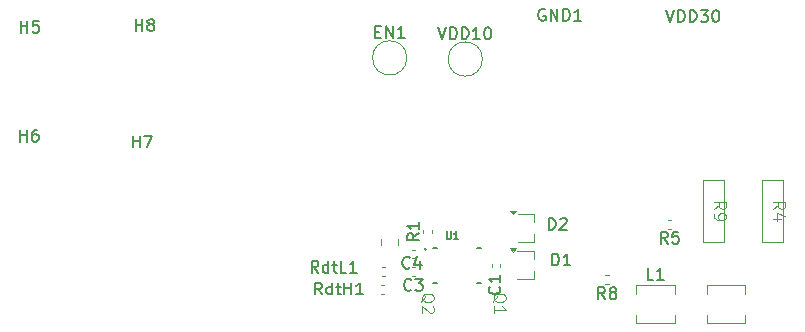
<source format=gbr>
%TF.GenerationSoftware,KiCad,Pcbnew,8.0.5*%
%TF.CreationDate,2024-10-10T12:36:06+02:00*%
%TF.ProjectId,MosTest_GanFet,4d6f7354-6573-4745-9f47-616e4665742e,rev?*%
%TF.SameCoordinates,Original*%
%TF.FileFunction,Legend,Top*%
%TF.FilePolarity,Positive*%
%FSLAX46Y46*%
G04 Gerber Fmt 4.6, Leading zero omitted, Abs format (unit mm)*
G04 Created by KiCad (PCBNEW 8.0.5) date 2024-10-10 12:36:06*
%MOMM*%
%LPD*%
G01*
G04 APERTURE LIST*
%ADD10C,0.150000*%
%ADD11C,0.100000*%
%ADD12C,0.120000*%
%ADD13C,0.127000*%
G04 APERTURE END LIST*
D10*
X142533333Y-40124819D02*
X142200000Y-39648628D01*
X141961905Y-40124819D02*
X141961905Y-39124819D01*
X141961905Y-39124819D02*
X142342857Y-39124819D01*
X142342857Y-39124819D02*
X142438095Y-39172438D01*
X142438095Y-39172438D02*
X142485714Y-39220057D01*
X142485714Y-39220057D02*
X142533333Y-39315295D01*
X142533333Y-39315295D02*
X142533333Y-39458152D01*
X142533333Y-39458152D02*
X142485714Y-39553390D01*
X142485714Y-39553390D02*
X142438095Y-39601009D01*
X142438095Y-39601009D02*
X142342857Y-39648628D01*
X142342857Y-39648628D02*
X141961905Y-39648628D01*
X143438095Y-39124819D02*
X142961905Y-39124819D01*
X142961905Y-39124819D02*
X142914286Y-39601009D01*
X142914286Y-39601009D02*
X142961905Y-39553390D01*
X142961905Y-39553390D02*
X143057143Y-39505771D01*
X143057143Y-39505771D02*
X143295238Y-39505771D01*
X143295238Y-39505771D02*
X143390476Y-39553390D01*
X143390476Y-39553390D02*
X143438095Y-39601009D01*
X143438095Y-39601009D02*
X143485714Y-39696247D01*
X143485714Y-39696247D02*
X143485714Y-39934342D01*
X143485714Y-39934342D02*
X143438095Y-40029580D01*
X143438095Y-40029580D02*
X143390476Y-40077200D01*
X143390476Y-40077200D02*
X143295238Y-40124819D01*
X143295238Y-40124819D02*
X143057143Y-40124819D01*
X143057143Y-40124819D02*
X142961905Y-40077200D01*
X142961905Y-40077200D02*
X142914286Y-40029580D01*
X117785714Y-22183009D02*
X118119047Y-22183009D01*
X118261904Y-22706819D02*
X117785714Y-22706819D01*
X117785714Y-22706819D02*
X117785714Y-21706819D01*
X117785714Y-21706819D02*
X118261904Y-21706819D01*
X118690476Y-22706819D02*
X118690476Y-21706819D01*
X118690476Y-21706819D02*
X119261904Y-22706819D01*
X119261904Y-22706819D02*
X119261904Y-21706819D01*
X120261904Y-22706819D02*
X119690476Y-22706819D01*
X119976190Y-22706819D02*
X119976190Y-21706819D01*
X119976190Y-21706819D02*
X119880952Y-21849676D01*
X119880952Y-21849676D02*
X119785714Y-21944914D01*
X119785714Y-21944914D02*
X119690476Y-21992533D01*
X132161904Y-20302438D02*
X132066666Y-20254819D01*
X132066666Y-20254819D02*
X131923809Y-20254819D01*
X131923809Y-20254819D02*
X131780952Y-20302438D01*
X131780952Y-20302438D02*
X131685714Y-20397676D01*
X131685714Y-20397676D02*
X131638095Y-20492914D01*
X131638095Y-20492914D02*
X131590476Y-20683390D01*
X131590476Y-20683390D02*
X131590476Y-20826247D01*
X131590476Y-20826247D02*
X131638095Y-21016723D01*
X131638095Y-21016723D02*
X131685714Y-21111961D01*
X131685714Y-21111961D02*
X131780952Y-21207200D01*
X131780952Y-21207200D02*
X131923809Y-21254819D01*
X131923809Y-21254819D02*
X132019047Y-21254819D01*
X132019047Y-21254819D02*
X132161904Y-21207200D01*
X132161904Y-21207200D02*
X132209523Y-21159580D01*
X132209523Y-21159580D02*
X132209523Y-20826247D01*
X132209523Y-20826247D02*
X132019047Y-20826247D01*
X132638095Y-21254819D02*
X132638095Y-20254819D01*
X132638095Y-20254819D02*
X133209523Y-21254819D01*
X133209523Y-21254819D02*
X133209523Y-20254819D01*
X133685714Y-21254819D02*
X133685714Y-20254819D01*
X133685714Y-20254819D02*
X133923809Y-20254819D01*
X133923809Y-20254819D02*
X134066666Y-20302438D01*
X134066666Y-20302438D02*
X134161904Y-20397676D01*
X134161904Y-20397676D02*
X134209523Y-20492914D01*
X134209523Y-20492914D02*
X134257142Y-20683390D01*
X134257142Y-20683390D02*
X134257142Y-20826247D01*
X134257142Y-20826247D02*
X134209523Y-21016723D01*
X134209523Y-21016723D02*
X134161904Y-21111961D01*
X134161904Y-21111961D02*
X134066666Y-21207200D01*
X134066666Y-21207200D02*
X133923809Y-21254819D01*
X133923809Y-21254819D02*
X133685714Y-21254819D01*
X135209523Y-21254819D02*
X134638095Y-21254819D01*
X134923809Y-21254819D02*
X134923809Y-20254819D01*
X134923809Y-20254819D02*
X134828571Y-20397676D01*
X134828571Y-20397676D02*
X134733333Y-20492914D01*
X134733333Y-20492914D02*
X134638095Y-20540533D01*
X132471905Y-38964819D02*
X132471905Y-37964819D01*
X132471905Y-37964819D02*
X132710000Y-37964819D01*
X132710000Y-37964819D02*
X132852857Y-38012438D01*
X132852857Y-38012438D02*
X132948095Y-38107676D01*
X132948095Y-38107676D02*
X132995714Y-38202914D01*
X132995714Y-38202914D02*
X133043333Y-38393390D01*
X133043333Y-38393390D02*
X133043333Y-38536247D01*
X133043333Y-38536247D02*
X132995714Y-38726723D01*
X132995714Y-38726723D02*
X132948095Y-38821961D01*
X132948095Y-38821961D02*
X132852857Y-38917200D01*
X132852857Y-38917200D02*
X132710000Y-38964819D01*
X132710000Y-38964819D02*
X132471905Y-38964819D01*
X133424286Y-38060057D02*
X133471905Y-38012438D01*
X133471905Y-38012438D02*
X133567143Y-37964819D01*
X133567143Y-37964819D02*
X133805238Y-37964819D01*
X133805238Y-37964819D02*
X133900476Y-38012438D01*
X133900476Y-38012438D02*
X133948095Y-38060057D01*
X133948095Y-38060057D02*
X133995714Y-38155295D01*
X133995714Y-38155295D02*
X133995714Y-38250533D01*
X133995714Y-38250533D02*
X133948095Y-38393390D01*
X133948095Y-38393390D02*
X133376667Y-38964819D01*
X133376667Y-38964819D02*
X133995714Y-38964819D01*
X137233333Y-44824819D02*
X136900000Y-44348628D01*
X136661905Y-44824819D02*
X136661905Y-43824819D01*
X136661905Y-43824819D02*
X137042857Y-43824819D01*
X137042857Y-43824819D02*
X137138095Y-43872438D01*
X137138095Y-43872438D02*
X137185714Y-43920057D01*
X137185714Y-43920057D02*
X137233333Y-44015295D01*
X137233333Y-44015295D02*
X137233333Y-44158152D01*
X137233333Y-44158152D02*
X137185714Y-44253390D01*
X137185714Y-44253390D02*
X137138095Y-44301009D01*
X137138095Y-44301009D02*
X137042857Y-44348628D01*
X137042857Y-44348628D02*
X136661905Y-44348628D01*
X137804762Y-44253390D02*
X137709524Y-44205771D01*
X137709524Y-44205771D02*
X137661905Y-44158152D01*
X137661905Y-44158152D02*
X137614286Y-44062914D01*
X137614286Y-44062914D02*
X137614286Y-44015295D01*
X137614286Y-44015295D02*
X137661905Y-43920057D01*
X137661905Y-43920057D02*
X137709524Y-43872438D01*
X137709524Y-43872438D02*
X137804762Y-43824819D01*
X137804762Y-43824819D02*
X137995238Y-43824819D01*
X137995238Y-43824819D02*
X138090476Y-43872438D01*
X138090476Y-43872438D02*
X138138095Y-43920057D01*
X138138095Y-43920057D02*
X138185714Y-44015295D01*
X138185714Y-44015295D02*
X138185714Y-44062914D01*
X138185714Y-44062914D02*
X138138095Y-44158152D01*
X138138095Y-44158152D02*
X138090476Y-44205771D01*
X138090476Y-44205771D02*
X137995238Y-44253390D01*
X137995238Y-44253390D02*
X137804762Y-44253390D01*
X137804762Y-44253390D02*
X137709524Y-44301009D01*
X137709524Y-44301009D02*
X137661905Y-44348628D01*
X137661905Y-44348628D02*
X137614286Y-44443866D01*
X137614286Y-44443866D02*
X137614286Y-44634342D01*
X137614286Y-44634342D02*
X137661905Y-44729580D01*
X137661905Y-44729580D02*
X137709524Y-44777200D01*
X137709524Y-44777200D02*
X137804762Y-44824819D01*
X137804762Y-44824819D02*
X137995238Y-44824819D01*
X137995238Y-44824819D02*
X138090476Y-44777200D01*
X138090476Y-44777200D02*
X138138095Y-44729580D01*
X138138095Y-44729580D02*
X138185714Y-44634342D01*
X138185714Y-44634342D02*
X138185714Y-44443866D01*
X138185714Y-44443866D02*
X138138095Y-44348628D01*
X138138095Y-44348628D02*
X138090476Y-44301009D01*
X138090476Y-44301009D02*
X137995238Y-44253390D01*
X87763095Y-22254819D02*
X87763095Y-21254819D01*
X87763095Y-21731009D02*
X88334523Y-21731009D01*
X88334523Y-22254819D02*
X88334523Y-21254819D01*
X89286904Y-21254819D02*
X88810714Y-21254819D01*
X88810714Y-21254819D02*
X88763095Y-21731009D01*
X88763095Y-21731009D02*
X88810714Y-21683390D01*
X88810714Y-21683390D02*
X88905952Y-21635771D01*
X88905952Y-21635771D02*
X89144047Y-21635771D01*
X89144047Y-21635771D02*
X89239285Y-21683390D01*
X89239285Y-21683390D02*
X89286904Y-21731009D01*
X89286904Y-21731009D02*
X89334523Y-21826247D01*
X89334523Y-21826247D02*
X89334523Y-22064342D01*
X89334523Y-22064342D02*
X89286904Y-22159580D01*
X89286904Y-22159580D02*
X89239285Y-22207200D01*
X89239285Y-22207200D02*
X89144047Y-22254819D01*
X89144047Y-22254819D02*
X88905952Y-22254819D01*
X88905952Y-22254819D02*
X88810714Y-22207200D01*
X88810714Y-22207200D02*
X88763095Y-22159580D01*
X113271428Y-44424819D02*
X112938095Y-43948628D01*
X112700000Y-44424819D02*
X112700000Y-43424819D01*
X112700000Y-43424819D02*
X113080952Y-43424819D01*
X113080952Y-43424819D02*
X113176190Y-43472438D01*
X113176190Y-43472438D02*
X113223809Y-43520057D01*
X113223809Y-43520057D02*
X113271428Y-43615295D01*
X113271428Y-43615295D02*
X113271428Y-43758152D01*
X113271428Y-43758152D02*
X113223809Y-43853390D01*
X113223809Y-43853390D02*
X113176190Y-43901009D01*
X113176190Y-43901009D02*
X113080952Y-43948628D01*
X113080952Y-43948628D02*
X112700000Y-43948628D01*
X114128571Y-44424819D02*
X114128571Y-43424819D01*
X114128571Y-44377200D02*
X114033333Y-44424819D01*
X114033333Y-44424819D02*
X113842857Y-44424819D01*
X113842857Y-44424819D02*
X113747619Y-44377200D01*
X113747619Y-44377200D02*
X113700000Y-44329580D01*
X113700000Y-44329580D02*
X113652381Y-44234342D01*
X113652381Y-44234342D02*
X113652381Y-43948628D01*
X113652381Y-43948628D02*
X113700000Y-43853390D01*
X113700000Y-43853390D02*
X113747619Y-43805771D01*
X113747619Y-43805771D02*
X113842857Y-43758152D01*
X113842857Y-43758152D02*
X114033333Y-43758152D01*
X114033333Y-43758152D02*
X114128571Y-43805771D01*
X114461905Y-43758152D02*
X114842857Y-43758152D01*
X114604762Y-43424819D02*
X114604762Y-44281961D01*
X114604762Y-44281961D02*
X114652381Y-44377200D01*
X114652381Y-44377200D02*
X114747619Y-44424819D01*
X114747619Y-44424819D02*
X114842857Y-44424819D01*
X115176191Y-44424819D02*
X115176191Y-43424819D01*
X115176191Y-43901009D02*
X115747619Y-43901009D01*
X115747619Y-44424819D02*
X115747619Y-43424819D01*
X116747619Y-44424819D02*
X116176191Y-44424819D01*
X116461905Y-44424819D02*
X116461905Y-43424819D01*
X116461905Y-43424819D02*
X116366667Y-43567676D01*
X116366667Y-43567676D02*
X116271429Y-43662914D01*
X116271429Y-43662914D02*
X116176191Y-43710533D01*
D11*
X146442580Y-37183333D02*
X146918771Y-36850000D01*
X146442580Y-36611905D02*
X147442580Y-36611905D01*
X147442580Y-36611905D02*
X147442580Y-36992857D01*
X147442580Y-36992857D02*
X147394961Y-37088095D01*
X147394961Y-37088095D02*
X147347342Y-37135714D01*
X147347342Y-37135714D02*
X147252104Y-37183333D01*
X147252104Y-37183333D02*
X147109247Y-37183333D01*
X147109247Y-37183333D02*
X147014009Y-37135714D01*
X147014009Y-37135714D02*
X146966390Y-37088095D01*
X146966390Y-37088095D02*
X146918771Y-36992857D01*
X146918771Y-36992857D02*
X146918771Y-36611905D01*
X146442580Y-37659524D02*
X146442580Y-37850000D01*
X146442580Y-37850000D02*
X146490200Y-37945238D01*
X146490200Y-37945238D02*
X146537819Y-37992857D01*
X146537819Y-37992857D02*
X146680676Y-38088095D01*
X146680676Y-38088095D02*
X146871152Y-38135714D01*
X146871152Y-38135714D02*
X147252104Y-38135714D01*
X147252104Y-38135714D02*
X147347342Y-38088095D01*
X147347342Y-38088095D02*
X147394961Y-38040476D01*
X147394961Y-38040476D02*
X147442580Y-37945238D01*
X147442580Y-37945238D02*
X147442580Y-37754762D01*
X147442580Y-37754762D02*
X147394961Y-37659524D01*
X147394961Y-37659524D02*
X147347342Y-37611905D01*
X147347342Y-37611905D02*
X147252104Y-37564286D01*
X147252104Y-37564286D02*
X147014009Y-37564286D01*
X147014009Y-37564286D02*
X146918771Y-37611905D01*
X146918771Y-37611905D02*
X146871152Y-37659524D01*
X146871152Y-37659524D02*
X146823533Y-37754762D01*
X146823533Y-37754762D02*
X146823533Y-37945238D01*
X146823533Y-37945238D02*
X146871152Y-38040476D01*
X146871152Y-38040476D02*
X146918771Y-38088095D01*
X146918771Y-38088095D02*
X147014009Y-38135714D01*
D10*
X141333333Y-43185819D02*
X140857143Y-43185819D01*
X140857143Y-43185819D02*
X140857143Y-42185819D01*
X142190476Y-43185819D02*
X141619048Y-43185819D01*
X141904762Y-43185819D02*
X141904762Y-42185819D01*
X141904762Y-42185819D02*
X141809524Y-42328676D01*
X141809524Y-42328676D02*
X141714286Y-42423914D01*
X141714286Y-42423914D02*
X141619048Y-42471533D01*
D11*
X127717342Y-45094761D02*
X127764961Y-44999523D01*
X127764961Y-44999523D02*
X127860200Y-44904285D01*
X127860200Y-44904285D02*
X128003057Y-44761428D01*
X128003057Y-44761428D02*
X128050676Y-44666190D01*
X128050676Y-44666190D02*
X128050676Y-44570952D01*
X127812580Y-44618571D02*
X127860200Y-44523333D01*
X127860200Y-44523333D02*
X127955438Y-44428095D01*
X127955438Y-44428095D02*
X128145914Y-44380476D01*
X128145914Y-44380476D02*
X128479247Y-44380476D01*
X128479247Y-44380476D02*
X128669723Y-44428095D01*
X128669723Y-44428095D02*
X128764961Y-44523333D01*
X128764961Y-44523333D02*
X128812580Y-44618571D01*
X128812580Y-44618571D02*
X128812580Y-44809047D01*
X128812580Y-44809047D02*
X128764961Y-44904285D01*
X128764961Y-44904285D02*
X128669723Y-44999523D01*
X128669723Y-44999523D02*
X128479247Y-45047142D01*
X128479247Y-45047142D02*
X128145914Y-45047142D01*
X128145914Y-45047142D02*
X127955438Y-44999523D01*
X127955438Y-44999523D02*
X127860200Y-44904285D01*
X127860200Y-44904285D02*
X127812580Y-44809047D01*
X127812580Y-44809047D02*
X127812580Y-44618571D01*
X127812580Y-45999523D02*
X127812580Y-45428095D01*
X127812580Y-45713809D02*
X128812580Y-45713809D01*
X128812580Y-45713809D02*
X128669723Y-45618571D01*
X128669723Y-45618571D02*
X128574485Y-45523333D01*
X128574485Y-45523333D02*
X128526866Y-45428095D01*
X151442580Y-37183333D02*
X151918771Y-36850000D01*
X151442580Y-36611905D02*
X152442580Y-36611905D01*
X152442580Y-36611905D02*
X152442580Y-36992857D01*
X152442580Y-36992857D02*
X152394961Y-37088095D01*
X152394961Y-37088095D02*
X152347342Y-37135714D01*
X152347342Y-37135714D02*
X152252104Y-37183333D01*
X152252104Y-37183333D02*
X152109247Y-37183333D01*
X152109247Y-37183333D02*
X152014009Y-37135714D01*
X152014009Y-37135714D02*
X151966390Y-37088095D01*
X151966390Y-37088095D02*
X151918771Y-36992857D01*
X151918771Y-36992857D02*
X151918771Y-36611905D01*
X152109247Y-38040476D02*
X151442580Y-38040476D01*
X152490200Y-37802381D02*
X151775914Y-37564286D01*
X151775914Y-37564286D02*
X151775914Y-38183333D01*
D10*
X120833333Y-44019580D02*
X120785714Y-44067200D01*
X120785714Y-44067200D02*
X120642857Y-44114819D01*
X120642857Y-44114819D02*
X120547619Y-44114819D01*
X120547619Y-44114819D02*
X120404762Y-44067200D01*
X120404762Y-44067200D02*
X120309524Y-43971961D01*
X120309524Y-43971961D02*
X120261905Y-43876723D01*
X120261905Y-43876723D02*
X120214286Y-43686247D01*
X120214286Y-43686247D02*
X120214286Y-43543390D01*
X120214286Y-43543390D02*
X120261905Y-43352914D01*
X120261905Y-43352914D02*
X120309524Y-43257676D01*
X120309524Y-43257676D02*
X120404762Y-43162438D01*
X120404762Y-43162438D02*
X120547619Y-43114819D01*
X120547619Y-43114819D02*
X120642857Y-43114819D01*
X120642857Y-43114819D02*
X120785714Y-43162438D01*
X120785714Y-43162438D02*
X120833333Y-43210057D01*
X121166667Y-43114819D02*
X121785714Y-43114819D01*
X121785714Y-43114819D02*
X121452381Y-43495771D01*
X121452381Y-43495771D02*
X121595238Y-43495771D01*
X121595238Y-43495771D02*
X121690476Y-43543390D01*
X121690476Y-43543390D02*
X121738095Y-43591009D01*
X121738095Y-43591009D02*
X121785714Y-43686247D01*
X121785714Y-43686247D02*
X121785714Y-43924342D01*
X121785714Y-43924342D02*
X121738095Y-44019580D01*
X121738095Y-44019580D02*
X121690476Y-44067200D01*
X121690476Y-44067200D02*
X121595238Y-44114819D01*
X121595238Y-44114819D02*
X121309524Y-44114819D01*
X121309524Y-44114819D02*
X121214286Y-44067200D01*
X121214286Y-44067200D02*
X121166667Y-44019580D01*
X142414286Y-20354819D02*
X142747619Y-21354819D01*
X142747619Y-21354819D02*
X143080952Y-20354819D01*
X143414286Y-21354819D02*
X143414286Y-20354819D01*
X143414286Y-20354819D02*
X143652381Y-20354819D01*
X143652381Y-20354819D02*
X143795238Y-20402438D01*
X143795238Y-20402438D02*
X143890476Y-20497676D01*
X143890476Y-20497676D02*
X143938095Y-20592914D01*
X143938095Y-20592914D02*
X143985714Y-20783390D01*
X143985714Y-20783390D02*
X143985714Y-20926247D01*
X143985714Y-20926247D02*
X143938095Y-21116723D01*
X143938095Y-21116723D02*
X143890476Y-21211961D01*
X143890476Y-21211961D02*
X143795238Y-21307200D01*
X143795238Y-21307200D02*
X143652381Y-21354819D01*
X143652381Y-21354819D02*
X143414286Y-21354819D01*
X144414286Y-21354819D02*
X144414286Y-20354819D01*
X144414286Y-20354819D02*
X144652381Y-20354819D01*
X144652381Y-20354819D02*
X144795238Y-20402438D01*
X144795238Y-20402438D02*
X144890476Y-20497676D01*
X144890476Y-20497676D02*
X144938095Y-20592914D01*
X144938095Y-20592914D02*
X144985714Y-20783390D01*
X144985714Y-20783390D02*
X144985714Y-20926247D01*
X144985714Y-20926247D02*
X144938095Y-21116723D01*
X144938095Y-21116723D02*
X144890476Y-21211961D01*
X144890476Y-21211961D02*
X144795238Y-21307200D01*
X144795238Y-21307200D02*
X144652381Y-21354819D01*
X144652381Y-21354819D02*
X144414286Y-21354819D01*
X145319048Y-20354819D02*
X145938095Y-20354819D01*
X145938095Y-20354819D02*
X145604762Y-20735771D01*
X145604762Y-20735771D02*
X145747619Y-20735771D01*
X145747619Y-20735771D02*
X145842857Y-20783390D01*
X145842857Y-20783390D02*
X145890476Y-20831009D01*
X145890476Y-20831009D02*
X145938095Y-20926247D01*
X145938095Y-20926247D02*
X145938095Y-21164342D01*
X145938095Y-21164342D02*
X145890476Y-21259580D01*
X145890476Y-21259580D02*
X145842857Y-21307200D01*
X145842857Y-21307200D02*
X145747619Y-21354819D01*
X145747619Y-21354819D02*
X145461905Y-21354819D01*
X145461905Y-21354819D02*
X145366667Y-21307200D01*
X145366667Y-21307200D02*
X145319048Y-21259580D01*
X146557143Y-20354819D02*
X146652381Y-20354819D01*
X146652381Y-20354819D02*
X146747619Y-20402438D01*
X146747619Y-20402438D02*
X146795238Y-20450057D01*
X146795238Y-20450057D02*
X146842857Y-20545295D01*
X146842857Y-20545295D02*
X146890476Y-20735771D01*
X146890476Y-20735771D02*
X146890476Y-20973866D01*
X146890476Y-20973866D02*
X146842857Y-21164342D01*
X146842857Y-21164342D02*
X146795238Y-21259580D01*
X146795238Y-21259580D02*
X146747619Y-21307200D01*
X146747619Y-21307200D02*
X146652381Y-21354819D01*
X146652381Y-21354819D02*
X146557143Y-21354819D01*
X146557143Y-21354819D02*
X146461905Y-21307200D01*
X146461905Y-21307200D02*
X146414286Y-21259580D01*
X146414286Y-21259580D02*
X146366667Y-21164342D01*
X146366667Y-21164342D02*
X146319048Y-20973866D01*
X146319048Y-20973866D02*
X146319048Y-20735771D01*
X146319048Y-20735771D02*
X146366667Y-20545295D01*
X146366667Y-20545295D02*
X146414286Y-20450057D01*
X146414286Y-20450057D02*
X146461905Y-20402438D01*
X146461905Y-20402438D02*
X146557143Y-20354819D01*
X128279580Y-43766666D02*
X128327200Y-43814285D01*
X128327200Y-43814285D02*
X128374819Y-43957142D01*
X128374819Y-43957142D02*
X128374819Y-44052380D01*
X128374819Y-44052380D02*
X128327200Y-44195237D01*
X128327200Y-44195237D02*
X128231961Y-44290475D01*
X128231961Y-44290475D02*
X128136723Y-44338094D01*
X128136723Y-44338094D02*
X127946247Y-44385713D01*
X127946247Y-44385713D02*
X127803390Y-44385713D01*
X127803390Y-44385713D02*
X127612914Y-44338094D01*
X127612914Y-44338094D02*
X127517676Y-44290475D01*
X127517676Y-44290475D02*
X127422438Y-44195237D01*
X127422438Y-44195237D02*
X127374819Y-44052380D01*
X127374819Y-44052380D02*
X127374819Y-43957142D01*
X127374819Y-43957142D02*
X127422438Y-43814285D01*
X127422438Y-43814285D02*
X127470057Y-43766666D01*
X128374819Y-42814285D02*
X128374819Y-43385713D01*
X128374819Y-43099999D02*
X127374819Y-43099999D01*
X127374819Y-43099999D02*
X127517676Y-43195237D01*
X127517676Y-43195237D02*
X127612914Y-43290475D01*
X127612914Y-43290475D02*
X127660533Y-43385713D01*
X87708095Y-31484819D02*
X87708095Y-30484819D01*
X87708095Y-30961009D02*
X88279523Y-30961009D01*
X88279523Y-31484819D02*
X88279523Y-30484819D01*
X89184285Y-30484819D02*
X88993809Y-30484819D01*
X88993809Y-30484819D02*
X88898571Y-30532438D01*
X88898571Y-30532438D02*
X88850952Y-30580057D01*
X88850952Y-30580057D02*
X88755714Y-30722914D01*
X88755714Y-30722914D02*
X88708095Y-30913390D01*
X88708095Y-30913390D02*
X88708095Y-31294342D01*
X88708095Y-31294342D02*
X88755714Y-31389580D01*
X88755714Y-31389580D02*
X88803333Y-31437200D01*
X88803333Y-31437200D02*
X88898571Y-31484819D01*
X88898571Y-31484819D02*
X89089047Y-31484819D01*
X89089047Y-31484819D02*
X89184285Y-31437200D01*
X89184285Y-31437200D02*
X89231904Y-31389580D01*
X89231904Y-31389580D02*
X89279523Y-31294342D01*
X89279523Y-31294342D02*
X89279523Y-31056247D01*
X89279523Y-31056247D02*
X89231904Y-30961009D01*
X89231904Y-30961009D02*
X89184285Y-30913390D01*
X89184285Y-30913390D02*
X89089047Y-30865771D01*
X89089047Y-30865771D02*
X88898571Y-30865771D01*
X88898571Y-30865771D02*
X88803333Y-30913390D01*
X88803333Y-30913390D02*
X88755714Y-30961009D01*
X88755714Y-30961009D02*
X88708095Y-31056247D01*
X97488095Y-22104819D02*
X97488095Y-21104819D01*
X97488095Y-21581009D02*
X98059523Y-21581009D01*
X98059523Y-22104819D02*
X98059523Y-21104819D01*
X98678571Y-21533390D02*
X98583333Y-21485771D01*
X98583333Y-21485771D02*
X98535714Y-21438152D01*
X98535714Y-21438152D02*
X98488095Y-21342914D01*
X98488095Y-21342914D02*
X98488095Y-21295295D01*
X98488095Y-21295295D02*
X98535714Y-21200057D01*
X98535714Y-21200057D02*
X98583333Y-21152438D01*
X98583333Y-21152438D02*
X98678571Y-21104819D01*
X98678571Y-21104819D02*
X98869047Y-21104819D01*
X98869047Y-21104819D02*
X98964285Y-21152438D01*
X98964285Y-21152438D02*
X99011904Y-21200057D01*
X99011904Y-21200057D02*
X99059523Y-21295295D01*
X99059523Y-21295295D02*
X99059523Y-21342914D01*
X99059523Y-21342914D02*
X99011904Y-21438152D01*
X99011904Y-21438152D02*
X98964285Y-21485771D01*
X98964285Y-21485771D02*
X98869047Y-21533390D01*
X98869047Y-21533390D02*
X98678571Y-21533390D01*
X98678571Y-21533390D02*
X98583333Y-21581009D01*
X98583333Y-21581009D02*
X98535714Y-21628628D01*
X98535714Y-21628628D02*
X98488095Y-21723866D01*
X98488095Y-21723866D02*
X98488095Y-21914342D01*
X98488095Y-21914342D02*
X98535714Y-22009580D01*
X98535714Y-22009580D02*
X98583333Y-22057200D01*
X98583333Y-22057200D02*
X98678571Y-22104819D01*
X98678571Y-22104819D02*
X98869047Y-22104819D01*
X98869047Y-22104819D02*
X98964285Y-22057200D01*
X98964285Y-22057200D02*
X99011904Y-22009580D01*
X99011904Y-22009580D02*
X99059523Y-21914342D01*
X99059523Y-21914342D02*
X99059523Y-21723866D01*
X99059523Y-21723866D02*
X99011904Y-21628628D01*
X99011904Y-21628628D02*
X98964285Y-21581009D01*
X98964285Y-21581009D02*
X98869047Y-21533390D01*
X112960475Y-42584819D02*
X112627142Y-42108628D01*
X112389047Y-42584819D02*
X112389047Y-41584819D01*
X112389047Y-41584819D02*
X112769999Y-41584819D01*
X112769999Y-41584819D02*
X112865237Y-41632438D01*
X112865237Y-41632438D02*
X112912856Y-41680057D01*
X112912856Y-41680057D02*
X112960475Y-41775295D01*
X112960475Y-41775295D02*
X112960475Y-41918152D01*
X112960475Y-41918152D02*
X112912856Y-42013390D01*
X112912856Y-42013390D02*
X112865237Y-42061009D01*
X112865237Y-42061009D02*
X112769999Y-42108628D01*
X112769999Y-42108628D02*
X112389047Y-42108628D01*
X113817618Y-42584819D02*
X113817618Y-41584819D01*
X113817618Y-42537200D02*
X113722380Y-42584819D01*
X113722380Y-42584819D02*
X113531904Y-42584819D01*
X113531904Y-42584819D02*
X113436666Y-42537200D01*
X113436666Y-42537200D02*
X113389047Y-42489580D01*
X113389047Y-42489580D02*
X113341428Y-42394342D01*
X113341428Y-42394342D02*
X113341428Y-42108628D01*
X113341428Y-42108628D02*
X113389047Y-42013390D01*
X113389047Y-42013390D02*
X113436666Y-41965771D01*
X113436666Y-41965771D02*
X113531904Y-41918152D01*
X113531904Y-41918152D02*
X113722380Y-41918152D01*
X113722380Y-41918152D02*
X113817618Y-41965771D01*
X114150952Y-41918152D02*
X114531904Y-41918152D01*
X114293809Y-41584819D02*
X114293809Y-42441961D01*
X114293809Y-42441961D02*
X114341428Y-42537200D01*
X114341428Y-42537200D02*
X114436666Y-42584819D01*
X114436666Y-42584819D02*
X114531904Y-42584819D01*
X115341428Y-42584819D02*
X114865238Y-42584819D01*
X114865238Y-42584819D02*
X114865238Y-41584819D01*
X116198571Y-42584819D02*
X115627143Y-42584819D01*
X115912857Y-42584819D02*
X115912857Y-41584819D01*
X115912857Y-41584819D02*
X115817619Y-41727676D01*
X115817619Y-41727676D02*
X115722381Y-41822914D01*
X115722381Y-41822914D02*
X115627143Y-41870533D01*
D11*
X121647342Y-45094761D02*
X121694961Y-44999523D01*
X121694961Y-44999523D02*
X121790200Y-44904285D01*
X121790200Y-44904285D02*
X121933057Y-44761428D01*
X121933057Y-44761428D02*
X121980676Y-44666190D01*
X121980676Y-44666190D02*
X121980676Y-44570952D01*
X121742580Y-44618571D02*
X121790200Y-44523333D01*
X121790200Y-44523333D02*
X121885438Y-44428095D01*
X121885438Y-44428095D02*
X122075914Y-44380476D01*
X122075914Y-44380476D02*
X122409247Y-44380476D01*
X122409247Y-44380476D02*
X122599723Y-44428095D01*
X122599723Y-44428095D02*
X122694961Y-44523333D01*
X122694961Y-44523333D02*
X122742580Y-44618571D01*
X122742580Y-44618571D02*
X122742580Y-44809047D01*
X122742580Y-44809047D02*
X122694961Y-44904285D01*
X122694961Y-44904285D02*
X122599723Y-44999523D01*
X122599723Y-44999523D02*
X122409247Y-45047142D01*
X122409247Y-45047142D02*
X122075914Y-45047142D01*
X122075914Y-45047142D02*
X121885438Y-44999523D01*
X121885438Y-44999523D02*
X121790200Y-44904285D01*
X121790200Y-44904285D02*
X121742580Y-44809047D01*
X121742580Y-44809047D02*
X121742580Y-44618571D01*
X122647342Y-45428095D02*
X122694961Y-45475714D01*
X122694961Y-45475714D02*
X122742580Y-45570952D01*
X122742580Y-45570952D02*
X122742580Y-45809047D01*
X122742580Y-45809047D02*
X122694961Y-45904285D01*
X122694961Y-45904285D02*
X122647342Y-45951904D01*
X122647342Y-45951904D02*
X122552104Y-45999523D01*
X122552104Y-45999523D02*
X122456866Y-45999523D01*
X122456866Y-45999523D02*
X122314009Y-45951904D01*
X122314009Y-45951904D02*
X121742580Y-45380476D01*
X121742580Y-45380476D02*
X121742580Y-45999523D01*
D10*
X120703333Y-42139580D02*
X120655714Y-42187200D01*
X120655714Y-42187200D02*
X120512857Y-42234819D01*
X120512857Y-42234819D02*
X120417619Y-42234819D01*
X120417619Y-42234819D02*
X120274762Y-42187200D01*
X120274762Y-42187200D02*
X120179524Y-42091961D01*
X120179524Y-42091961D02*
X120131905Y-41996723D01*
X120131905Y-41996723D02*
X120084286Y-41806247D01*
X120084286Y-41806247D02*
X120084286Y-41663390D01*
X120084286Y-41663390D02*
X120131905Y-41472914D01*
X120131905Y-41472914D02*
X120179524Y-41377676D01*
X120179524Y-41377676D02*
X120274762Y-41282438D01*
X120274762Y-41282438D02*
X120417619Y-41234819D01*
X120417619Y-41234819D02*
X120512857Y-41234819D01*
X120512857Y-41234819D02*
X120655714Y-41282438D01*
X120655714Y-41282438D02*
X120703333Y-41330057D01*
X121560476Y-41568152D02*
X121560476Y-42234819D01*
X121322381Y-41187200D02*
X121084286Y-41901485D01*
X121084286Y-41901485D02*
X121703333Y-41901485D01*
X121484819Y-39266666D02*
X121008628Y-39599999D01*
X121484819Y-39838094D02*
X120484819Y-39838094D01*
X120484819Y-39838094D02*
X120484819Y-39457142D01*
X120484819Y-39457142D02*
X120532438Y-39361904D01*
X120532438Y-39361904D02*
X120580057Y-39314285D01*
X120580057Y-39314285D02*
X120675295Y-39266666D01*
X120675295Y-39266666D02*
X120818152Y-39266666D01*
X120818152Y-39266666D02*
X120913390Y-39314285D01*
X120913390Y-39314285D02*
X120961009Y-39361904D01*
X120961009Y-39361904D02*
X121008628Y-39457142D01*
X121008628Y-39457142D02*
X121008628Y-39838094D01*
X121484819Y-38314285D02*
X121484819Y-38885713D01*
X121484819Y-38599999D02*
X120484819Y-38599999D01*
X120484819Y-38599999D02*
X120627676Y-38695237D01*
X120627676Y-38695237D02*
X120722914Y-38790475D01*
X120722914Y-38790475D02*
X120770533Y-38885713D01*
X123822380Y-39098276D02*
X123822380Y-39616371D01*
X123822380Y-39616371D02*
X123852857Y-39677323D01*
X123852857Y-39677323D02*
X123883333Y-39707800D01*
X123883333Y-39707800D02*
X123944285Y-39738276D01*
X123944285Y-39738276D02*
X124066190Y-39738276D01*
X124066190Y-39738276D02*
X124127142Y-39707800D01*
X124127142Y-39707800D02*
X124157619Y-39677323D01*
X124157619Y-39677323D02*
X124188095Y-39616371D01*
X124188095Y-39616371D02*
X124188095Y-39098276D01*
X124828095Y-39738276D02*
X124462380Y-39738276D01*
X124645237Y-39738276D02*
X124645237Y-39098276D01*
X124645237Y-39098276D02*
X124584285Y-39189704D01*
X124584285Y-39189704D02*
X124523333Y-39250657D01*
X124523333Y-39250657D02*
X124462380Y-39281133D01*
X132771905Y-41964819D02*
X132771905Y-40964819D01*
X132771905Y-40964819D02*
X133010000Y-40964819D01*
X133010000Y-40964819D02*
X133152857Y-41012438D01*
X133152857Y-41012438D02*
X133248095Y-41107676D01*
X133248095Y-41107676D02*
X133295714Y-41202914D01*
X133295714Y-41202914D02*
X133343333Y-41393390D01*
X133343333Y-41393390D02*
X133343333Y-41536247D01*
X133343333Y-41536247D02*
X133295714Y-41726723D01*
X133295714Y-41726723D02*
X133248095Y-41821961D01*
X133248095Y-41821961D02*
X133152857Y-41917200D01*
X133152857Y-41917200D02*
X133010000Y-41964819D01*
X133010000Y-41964819D02*
X132771905Y-41964819D01*
X134295714Y-41964819D02*
X133724286Y-41964819D01*
X134010000Y-41964819D02*
X134010000Y-40964819D01*
X134010000Y-40964819D02*
X133914762Y-41107676D01*
X133914762Y-41107676D02*
X133819524Y-41202914D01*
X133819524Y-41202914D02*
X133724286Y-41250533D01*
X97288095Y-31974819D02*
X97288095Y-30974819D01*
X97288095Y-31451009D02*
X97859523Y-31451009D01*
X97859523Y-31974819D02*
X97859523Y-30974819D01*
X98240476Y-30974819D02*
X98907142Y-30974819D01*
X98907142Y-30974819D02*
X98478571Y-31974819D01*
X123114286Y-21806819D02*
X123447619Y-22806819D01*
X123447619Y-22806819D02*
X123780952Y-21806819D01*
X124114286Y-22806819D02*
X124114286Y-21806819D01*
X124114286Y-21806819D02*
X124352381Y-21806819D01*
X124352381Y-21806819D02*
X124495238Y-21854438D01*
X124495238Y-21854438D02*
X124590476Y-21949676D01*
X124590476Y-21949676D02*
X124638095Y-22044914D01*
X124638095Y-22044914D02*
X124685714Y-22235390D01*
X124685714Y-22235390D02*
X124685714Y-22378247D01*
X124685714Y-22378247D02*
X124638095Y-22568723D01*
X124638095Y-22568723D02*
X124590476Y-22663961D01*
X124590476Y-22663961D02*
X124495238Y-22759200D01*
X124495238Y-22759200D02*
X124352381Y-22806819D01*
X124352381Y-22806819D02*
X124114286Y-22806819D01*
X125114286Y-22806819D02*
X125114286Y-21806819D01*
X125114286Y-21806819D02*
X125352381Y-21806819D01*
X125352381Y-21806819D02*
X125495238Y-21854438D01*
X125495238Y-21854438D02*
X125590476Y-21949676D01*
X125590476Y-21949676D02*
X125638095Y-22044914D01*
X125638095Y-22044914D02*
X125685714Y-22235390D01*
X125685714Y-22235390D02*
X125685714Y-22378247D01*
X125685714Y-22378247D02*
X125638095Y-22568723D01*
X125638095Y-22568723D02*
X125590476Y-22663961D01*
X125590476Y-22663961D02*
X125495238Y-22759200D01*
X125495238Y-22759200D02*
X125352381Y-22806819D01*
X125352381Y-22806819D02*
X125114286Y-22806819D01*
X126638095Y-22806819D02*
X126066667Y-22806819D01*
X126352381Y-22806819D02*
X126352381Y-21806819D01*
X126352381Y-21806819D02*
X126257143Y-21949676D01*
X126257143Y-21949676D02*
X126161905Y-22044914D01*
X126161905Y-22044914D02*
X126066667Y-22092533D01*
X127257143Y-21806819D02*
X127352381Y-21806819D01*
X127352381Y-21806819D02*
X127447619Y-21854438D01*
X127447619Y-21854438D02*
X127495238Y-21902057D01*
X127495238Y-21902057D02*
X127542857Y-21997295D01*
X127542857Y-21997295D02*
X127590476Y-22187771D01*
X127590476Y-22187771D02*
X127590476Y-22425866D01*
X127590476Y-22425866D02*
X127542857Y-22616342D01*
X127542857Y-22616342D02*
X127495238Y-22711580D01*
X127495238Y-22711580D02*
X127447619Y-22759200D01*
X127447619Y-22759200D02*
X127352381Y-22806819D01*
X127352381Y-22806819D02*
X127257143Y-22806819D01*
X127257143Y-22806819D02*
X127161905Y-22759200D01*
X127161905Y-22759200D02*
X127114286Y-22711580D01*
X127114286Y-22711580D02*
X127066667Y-22616342D01*
X127066667Y-22616342D02*
X127019048Y-22425866D01*
X127019048Y-22425866D02*
X127019048Y-22187771D01*
X127019048Y-22187771D02*
X127066667Y-21997295D01*
X127066667Y-21997295D02*
X127114286Y-21902057D01*
X127114286Y-21902057D02*
X127161905Y-21854438D01*
X127161905Y-21854438D02*
X127257143Y-21806819D01*
D12*
%TO.C,R5*%
X142853641Y-38120000D02*
X142546359Y-38120000D01*
X142853641Y-38880000D02*
X142546359Y-38880000D01*
%TO.C,EN1*%
X120450000Y-24400000D02*
G75*
G02*
X117550000Y-24400000I-1450000J0D01*
G01*
X117550000Y-24400000D02*
G75*
G02*
X120450000Y-24400000I1450000J0D01*
G01*
%TO.C,D2*%
X129830000Y-37640000D02*
X131240000Y-37640000D01*
X129830000Y-39960000D02*
X131240000Y-39960000D01*
X131240000Y-37640000D02*
X131240000Y-38300000D01*
X131240000Y-39300000D02*
X131240000Y-39960000D01*
X129460000Y-37660000D02*
X129220000Y-37330000D01*
X129700000Y-37330000D01*
X129460000Y-37660000D01*
G36*
X129460000Y-37660000D02*
G01*
X129220000Y-37330000D01*
X129700000Y-37330000D01*
X129460000Y-37660000D01*
G37*
%TO.C,R8*%
X137553641Y-42820000D02*
X137246359Y-42820000D01*
X137553641Y-43580000D02*
X137246359Y-43580000D01*
%TO.C,R6*%
X118265000Y-39772936D02*
X118265000Y-40227064D01*
X119735000Y-39772936D02*
X119735000Y-40227064D01*
%TO.C,RdtH1*%
X118248859Y-43620000D02*
X118556141Y-43620000D01*
X118248859Y-44380000D02*
X118556141Y-44380000D01*
%TO.C,R9*%
D11*
X147300000Y-34750000D02*
X145500000Y-34750000D01*
X145500000Y-39950000D01*
X147300000Y-39950000D01*
X147300000Y-34750000D01*
D12*
%TO.C,L1*%
X139876000Y-43631000D02*
X143124000Y-43631000D01*
X139876000Y-44355000D02*
X139876000Y-43631000D01*
X139876000Y-46155000D02*
X139876000Y-46879000D01*
X139876000Y-46879000D02*
X143124000Y-46879000D01*
X143124000Y-43631000D02*
X143124000Y-44355000D01*
X143124000Y-46879000D02*
X143124000Y-46155000D01*
%TO.C,L5*%
X145876000Y-43631000D02*
X149124000Y-43631000D01*
X145876000Y-44355000D02*
X145876000Y-43631000D01*
X145876000Y-46155000D02*
X145876000Y-46879000D01*
X145876000Y-46879000D02*
X149124000Y-46879000D01*
X149124000Y-43631000D02*
X149124000Y-44355000D01*
X149124000Y-46879000D02*
X149124000Y-46155000D01*
%TO.C,R4*%
D11*
X152300000Y-34750000D02*
X150500000Y-34750000D01*
X150500000Y-39950000D01*
X152300000Y-39950000D01*
X152300000Y-34750000D01*
D12*
%TO.C,C3*%
X121107836Y-42140000D02*
X120892164Y-42140000D01*
X121107836Y-42860000D02*
X120892164Y-42860000D01*
%TO.C,C1*%
X127640000Y-42107836D02*
X127640000Y-41892164D01*
X128360000Y-42107836D02*
X128360000Y-41892164D01*
%TO.C,RdtL1*%
X118336359Y-42120000D02*
X118643641Y-42120000D01*
X118336359Y-42880000D02*
X118643641Y-42880000D01*
%TO.C,C4*%
X120912164Y-40640000D02*
X121127836Y-40640000D01*
X120912164Y-41360000D02*
X121127836Y-41360000D01*
%TO.C,R1*%
X121820000Y-39253641D02*
X121820000Y-38946359D01*
X122580000Y-39253641D02*
X122580000Y-38946359D01*
D13*
%TO.C,U1*%
X122712500Y-43500000D02*
X123012500Y-43500000D01*
X123012500Y-40500000D02*
X122712500Y-40500000D01*
X126412500Y-43500000D02*
X126712500Y-43500000D01*
X126712500Y-40500000D02*
X126412500Y-40500000D01*
D10*
X122087500Y-40600000D02*
G75*
G02*
X121937500Y-40600000I-75000J0D01*
G01*
X121937500Y-40600000D02*
G75*
G02*
X122087500Y-40600000I75000J0D01*
G01*
D12*
%TO.C,D1*%
X129820000Y-40790000D02*
X131230000Y-40790000D01*
X129820000Y-43110000D02*
X131230000Y-43110000D01*
X131230000Y-40790000D02*
X131230000Y-41450000D01*
X131230000Y-42450000D02*
X131230000Y-43110000D01*
X129450000Y-40810000D02*
X129210000Y-40480000D01*
X129690000Y-40480000D01*
X129450000Y-40810000D01*
G36*
X129450000Y-40810000D02*
G01*
X129210000Y-40480000D01*
X129690000Y-40480000D01*
X129450000Y-40810000D01*
G37*
%TO.C,VDD10*%
X126850000Y-24500000D02*
G75*
G02*
X123950000Y-24500000I-1450000J0D01*
G01*
X123950000Y-24500000D02*
G75*
G02*
X126850000Y-24500000I1450000J0D01*
G01*
%TD*%
M02*

</source>
